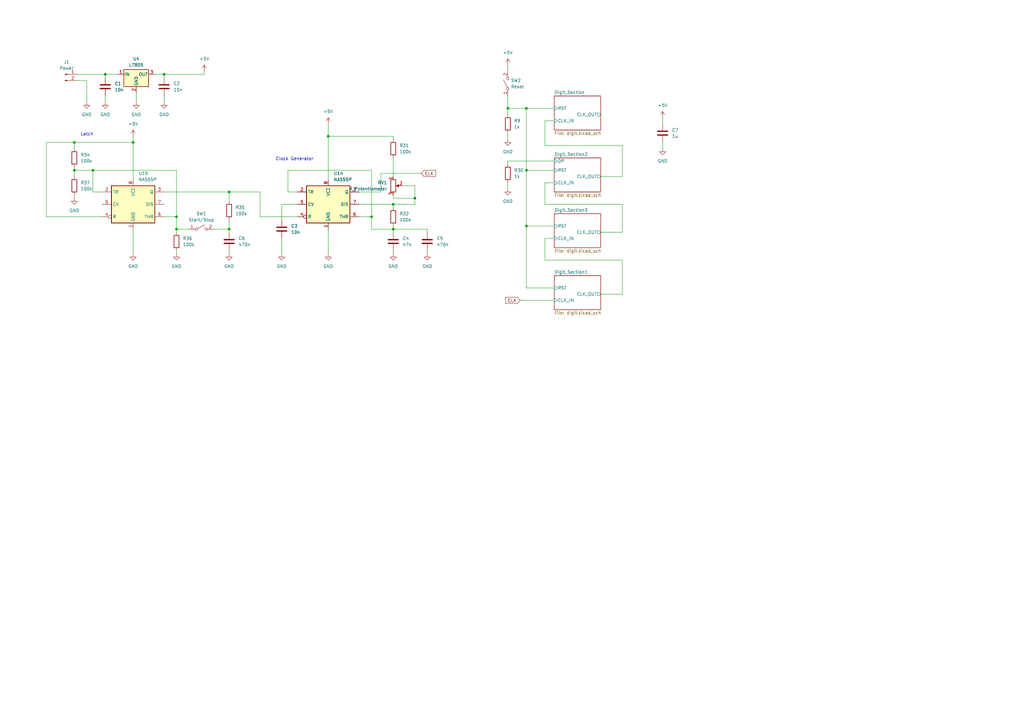
<source format=kicad_sch>
(kicad_sch (version 20230121) (generator eeschema)
  (paper "A3")
  (lib_symbols
    (symbol "Connector:Conn_01x02_Pin" (pin_names (offset 1.016) hide)
      (property "Reference" "J" (at 0 2.54 0))
      (property "Value" "Conn_01x02_Pin" (at 0 -5.08 0))
      (symbol "Conn_01x02_Pin_1_1"
        (polyline (pts (xy 1.27 -2.54) (xy 0.8636 -2.54)) (stroke (width 0.1524)))
        (polyline (pts (xy 1.27 0) (xy 0.8636 0)) (stroke (width 0.1524)))
        (rectangle (start 0.8636 -2.413) (end 0 -2.667) (stroke (width 0.1524)) (fill (type outline)))
        (rectangle (start 0.8636 0.127) (end 0 -0.127) (stroke (width 0.1524)) (fill (type outline)))
        (pin passive line (at 5.08 0 180) (length 3.81) (name "Pin_1") (number "1"))
        (pin passive line (at 5.08 -2.54 180) (length 3.81) (name "Pin_2") (number "2"))
      )
    )
    (symbol "Device:C" (pin_numbers hide) (pin_names (offset 0.254))
      (property "Reference" "C" (at 0.635 2.54 0))
      (property "Value" "C" (at 0.635 -2.54 0))
      (symbol "C_0_1"
        (polyline (pts (xy -2.032 -0.762) (xy 2.032 -0.762)) (stroke (width 0.508)))
        (polyline (pts (xy -2.032 0.762) (xy 2.032 0.762)) (stroke (width 0.508)))
      )
      (symbol "C_1_1"
        (pin passive line (at 0 3.81 270) (length 2.794) (name "~") (number "1"))
        (pin passive line (at 0 -3.81 90) (length 2.794) (name "~") (number "2"))
      )
    )
    (symbol "Device:R" (pin_numbers hide) (pin_names (offset 0))
      (property "Reference" "R" (at 2.032 0 90))
      (property "Value" "R" (at 0 0 90))
      (symbol "R_0_1"
        (rectangle (start -1.016 -2.54) (end 1.016 2.54) (stroke (width 0.254)))
      )
      (symbol "R_1_1"
        (pin passive line (at 0 3.81 270) (length 1.27) (name "~") (number "1"))
        (pin passive line (at 0 -3.81 90) (length 1.27) (name "~") (number "2"))
      )
    )
    (symbol "Device:R_Potentiometer" (pin_names (offset 1.016) hide)
      (property "Reference" "RV" (at -4.445 0 90))
      (property "Value" "R_Potentiometer" (at -2.54 0 90))
      (symbol "R_Potentiometer_0_1"
        (polyline (pts (xy 2.54 0) (xy 1.524 0)))
        (polyline (pts (xy 1.143 0) (xy 2.286 0.508) (xy 2.286 -0.508) (xy 1.143 0)) (fill (type outline)))
        (rectangle (start 1.016 2.54) (end -1.016 -2.54) (stroke (width 0.254)))
      )
      (symbol "R_Potentiometer_1_1"
        (pin passive line (at 0 3.81 270) (length 1.27) (name "1") (number "1"))
        (pin passive line (at 3.81 0 180) (length 1.27) (name "2") (number "2"))
        (pin passive line (at 0 -3.81 90) (length 1.27) (name "3") (number "3"))
      )
    )
    (symbol "Regulator_Linear:L7805" (pin_names (offset 0.254))
      (property "Reference" "U" (at -3.81 3.175 0))
      (property "Value" "L7805" (at 0 3.175 0))
      (symbol "L7805_0_1"
        (rectangle (start -5.08 1.905) (end 5.08 -5.08) (stroke (width 0.254)) (fill (type background)))
      )
      (symbol "L7805_1_1"
        (pin power_in line (at -7.62 0 0) (length 2.54) (name "IN") (number "1"))
        (pin power_in line (at 0 -7.62 90) (length 2.54) (name "GND") (number "2"))
        (pin power_out line (at 7.62 0 180) (length 2.54) (name "OUT") (number "3"))
      )
    )
    (symbol "Switch:SW_SPST" (pin_names (offset 0) hide)
      (property "Reference" "SW" (at 0 3.175 0))
      (property "Value" "SW_SPST" (at 0 -2.54 0))
      (symbol "SW_SPST_0_0"
        (circle (center -2.032 0) (radius 0.508))
        (polyline (pts (xy -1.524 0.254) (xy 1.524 1.778)))
        (circle (center 2.032 0) (radius 0.508))
      )
      (symbol "SW_SPST_1_1"
        (pin passive line (at -5.08 0 0) (length 2.54) (name "A") (number "1"))
        (pin passive line (at 5.08 0 180) (length 2.54) (name "B") (number "2"))
      )
    )
    (symbol "Timer:NA555P"
      (property "Reference" "U" (at -10.16 8.89 0))
      (property "Value" "NA555P" (at 2.54 8.89 0))
      (symbol "NA555P_0_0"
        (pin power_in line (at 0 -10.16 90) (length 2.54) (name "GND") (number "1"))
        (pin power_in line (at 0 10.16 270) (length 2.54) (name "VCC") (number "8"))
      )
      (symbol "NA555P_0_1"
        (rectangle (start -8.89 -7.62) (end 8.89 7.62) (stroke (width 0.254)) (fill (type background)))
        (rectangle (start -8.89 -7.62) (end 8.89 7.62) (stroke (width 0.254)) (fill (type background)))
      )
      (symbol "NA555P_1_1"
        (pin input line (at -12.7 5.08 0) (length 3.81) (name "TR") (number "2"))
        (pin output line (at 12.7 5.08 180) (length 3.81) (name "Q") (number "3"))
        (pin input inverted (at -12.7 -5.08 0) (length 3.81) (name "R") (number "4"))
        (pin input line (at -12.7 0 0) (length 3.81) (name "CV") (number "5"))
        (pin input line (at 12.7 -5.08 180) (length 3.81) (name "THR") (number "6"))
        (pin input line (at 12.7 0 180) (length 3.81) (name "DIS") (number "7"))
      )
    )
    (symbol "power:+5V" (power) (pin_names (offset 0))
      (property "Value" "+5V" (at 0 3.556 0))
      (symbol "+5V_0_1"
        (polyline (pts (xy -0.762 1.27) (xy 0 2.54)))
        (polyline (pts (xy 0 0) (xy 0 2.54)))
        (polyline (pts (xy 0 2.54) (xy 0.762 1.27)))
      )
      (symbol "+5V_1_1"
        (pin power_in line (at 0 0 90) (length 0) hide (name "+5V") (number "1"))
      )
    )
    (symbol "power:GND" (power) (pin_names (offset 0))
      (property "Value" "GND" (at 0 -3.81 0))
      (symbol "GND_0_1"
        (polyline (pts (xy 0 0) (xy 0 -1.27) (xy 1.27 -1.27) (xy 0 -2.54) (xy -1.27 -1.27) (xy 0 -1.27)))
      )
      (symbol "GND_1_1"
        (pin power_in line (at 0 0 270) (length 0) hide (name "GND") (number "1"))
      )
    )
  )
  (junction (at 208.28 44.45))
  (junction (at 170.18 81.28))
  (junction (at 93.98 78.74))
  (junction (at 30.48 58.42))
  (junction (at 54.61 58.42))
  (junction (at 93.98 93.98))
  (junction (at 215.9 69.85))
  (junction (at 72.39 93.98))
  (junction (at 161.29 83.82))
  (junction (at 30.48 69.85))
  (junction (at 38.1 69.85))
  (junction (at 43.18 30.48))
  (junction (at 152.4 88.9))
  (junction (at 134.62 55.88))
  (junction (at 215.9 44.45))
  (junction (at 161.29 93.98))
  (junction (at 72.39 88.9))
  (junction (at 215.9 92.71))
  (junction (at 67.31 30.48))
  (wire (pts (xy 255.27 72.39) (xy 255.27 59.69)))
  (wire (pts (xy 223.52 83.82) (xy 223.52 74.93)))
  (wire (pts (xy 38.1 78.74) (xy 38.1 69.85)))
  (wire (pts (xy 246.38 72.39) (xy 255.27 72.39)))
  (wire (pts (xy 30.48 69.85) (xy 38.1 69.85)))
  (wire (pts (xy 55.88 41.91) (xy 55.88 38.1)))
  (wire (pts (xy 147.32 78.74) (xy 156.21 78.74)))
  (wire (pts (xy 83.82 29.21) (xy 83.82 30.48)))
  (wire (pts (xy 208.28 77.47) (xy 208.28 74.93)))
  (wire (pts (xy 93.98 90.17) (xy 93.98 93.98)))
  (wire (pts (xy 255.27 59.69) (xy 223.52 59.69)))
  (wire (pts (xy 208.28 57.15) (xy 208.28 54.61)))
  (wire (pts (xy 156.21 78.74) (xy 156.21 71.12)))
  (wire (pts (xy 72.39 93.98) (xy 77.47 93.98)))
  (wire (pts (xy 30.48 58.42) (xy 30.48 60.96)))
  (wire (pts (xy 152.4 69.85) (xy 152.4 88.9)))
  (wire (pts (xy 161.29 83.82) (xy 161.29 85.09)))
  (wire (pts (xy 215.9 69.85) (xy 215.9 92.71)))
  (wire (pts (xy 223.52 106.68) (xy 223.52 97.79)))
  (wire (pts (xy 134.62 50.8) (xy 134.62 55.88)))
  (wire (pts (xy 255.27 95.25) (xy 255.27 83.82)))
  (wire (pts (xy 161.29 95.25) (xy 161.29 93.98)))
  (wire (pts (xy 121.92 78.74) (xy 118.11 78.74)))
  (wire (pts (xy 35.56 33.02) (xy 31.75 33.02)))
  (wire (pts (xy 93.98 95.25) (xy 93.98 93.98)))
  (wire (pts (xy 72.39 104.14) (xy 72.39 102.87)))
  (wire (pts (xy 246.38 120.65) (xy 255.27 120.65)))
  (wire (pts (xy 48.26 30.48) (xy 43.18 30.48)))
  (wire (pts (xy 147.32 83.82) (xy 161.29 83.82)))
  (wire (pts (xy 43.18 30.48) (xy 43.18 31.75)))
  (wire (pts (xy 83.82 30.48) (xy 67.31 30.48)))
  (wire (pts (xy 223.52 97.79) (xy 227.33 97.79)))
  (wire (pts (xy 106.68 88.9) (xy 121.92 88.9)))
  (wire (pts (xy 170.18 76.2) (xy 170.18 81.28)))
  (wire (pts (xy 87.63 93.98) (xy 93.98 93.98)))
  (wire (pts (xy 175.26 93.98) (xy 175.26 95.25)))
  (wire (pts (xy 134.62 55.88) (xy 161.29 55.88)))
  (wire (pts (xy 67.31 30.48) (xy 67.31 31.75)))
  (wire (pts (xy 31.75 30.48) (xy 43.18 30.48)))
  (wire (pts (xy 67.31 88.9) (xy 72.39 88.9)))
  (wire (pts (xy 208.28 44.45) (xy 208.28 46.99)))
  (wire (pts (xy 215.9 44.45) (xy 215.9 69.85)))
  (wire (pts (xy 223.52 59.69) (xy 223.52 49.53)))
  (wire (pts (xy 161.29 81.28) (xy 161.29 80.01)))
  (wire (pts (xy 118.11 78.74) (xy 118.11 69.85)))
  (wire (pts (xy 67.31 78.74) (xy 93.98 78.74)))
  (wire (pts (xy 134.62 104.14) (xy 134.62 93.98)))
  (wire (pts (xy 118.11 69.85) (xy 152.4 69.85)))
  (wire (pts (xy 30.48 58.42) (xy 54.61 58.42)))
  (wire (pts (xy 54.61 58.42) (xy 54.61 73.66)))
  (wire (pts (xy 161.29 64.77) (xy 161.29 72.39)))
  (wire (pts (xy 215.9 118.11) (xy 227.33 118.11)))
  (wire (pts (xy 67.31 41.91) (xy 67.31 39.37)))
  (wire (pts (xy 72.39 93.98) (xy 72.39 88.9)))
  (wire (pts (xy 215.9 92.71) (xy 227.33 92.71)))
  (wire (pts (xy 208.28 39.37) (xy 208.28 44.45)))
  (wire (pts (xy 30.48 68.58) (xy 30.48 69.85)))
  (wire (pts (xy 30.48 72.39) (xy 30.48 69.85)))
  (wire (pts (xy 165.1 76.2) (xy 170.18 76.2)))
  (wire (pts (xy 255.27 120.65) (xy 255.27 106.68)))
  (wire (pts (xy 19.05 88.9) (xy 41.91 88.9)))
  (wire (pts (xy 115.57 83.82) (xy 121.92 83.82)))
  (wire (pts (xy 72.39 69.85) (xy 72.39 88.9)))
  (wire (pts (xy 134.62 55.88) (xy 134.62 73.66)))
  (wire (pts (xy 19.05 88.9) (xy 19.05 58.42)))
  (wire (pts (xy 93.98 102.87) (xy 93.98 104.14)))
  (wire (pts (xy 208.28 44.45) (xy 215.9 44.45)))
  (wire (pts (xy 271.78 60.96) (xy 271.78 58.42)))
  (wire (pts (xy 152.4 88.9) (xy 152.4 93.98)))
  (wire (pts (xy 72.39 95.25) (xy 72.39 93.98)))
  (wire (pts (xy 161.29 93.98) (xy 175.26 93.98)))
  (wire (pts (xy 54.61 104.14) (xy 54.61 93.98)))
  (wire (pts (xy 54.61 55.88) (xy 54.61 58.42)))
  (wire (pts (xy 213.36 123.19) (xy 227.33 123.19)))
  (wire (pts (xy 227.33 44.45) (xy 215.9 44.45)))
  (wire (pts (xy 208.28 26.67) (xy 208.28 29.21)))
  (wire (pts (xy 152.4 93.98) (xy 161.29 93.98)))
  (wire (pts (xy 35.56 41.91) (xy 35.56 33.02)))
  (wire (pts (xy 161.29 55.88) (xy 161.29 57.15)))
  (wire (pts (xy 215.9 92.71) (xy 215.9 118.11)))
  (wire (pts (xy 38.1 69.85) (xy 72.39 69.85)))
  (wire (pts (xy 106.68 88.9) (xy 106.68 78.74)))
  (wire (pts (xy 255.27 83.82) (xy 223.52 83.82)))
  (wire (pts (xy 43.18 41.91) (xy 43.18 39.37)))
  (wire (pts (xy 161.29 104.14) (xy 161.29 102.87)))
  (wire (pts (xy 271.78 48.26) (xy 271.78 50.8)))
  (wire (pts (xy 175.26 104.14) (xy 175.26 102.87)))
  (wire (pts (xy 30.48 81.28) (xy 30.48 80.01)))
  (wire (pts (xy 161.29 93.98) (xy 161.29 92.71)))
  (wire (pts (xy 227.33 66.04) (xy 208.28 66.04)))
  (wire (pts (xy 246.38 95.25) (xy 255.27 95.25)))
  (wire (pts (xy 223.52 49.53) (xy 227.33 49.53)))
  (wire (pts (xy 63.5 30.48) (xy 67.31 30.48)))
  (wire (pts (xy 161.29 81.28) (xy 170.18 81.28)))
  (wire (pts (xy 93.98 78.74) (xy 106.68 78.74)))
  (wire (pts (xy 161.29 83.82) (xy 170.18 83.82)))
  (wire (pts (xy 115.57 104.14) (xy 115.57 97.79)))
  (wire (pts (xy 19.05 58.42) (xy 30.48 58.42)))
  (wire (pts (xy 93.98 78.74) (xy 93.98 82.55)))
  (wire (pts (xy 115.57 83.82) (xy 115.57 90.17)))
  (wire (pts (xy 208.28 66.04) (xy 208.28 67.31)))
  (wire (pts (xy 41.91 78.74) (xy 38.1 78.74)))
  (wire (pts (xy 147.32 88.9) (xy 152.4 88.9)))
  (wire (pts (xy 255.27 106.68) (xy 223.52 106.68)))
  (wire (pts (xy 170.18 83.82) (xy 170.18 81.28)))
  (wire (pts (xy 223.52 74.93) (xy 227.33 74.93)))
  (wire (pts (xy 156.21 71.12) (xy 172.72 71.12)))
  (wire (pts (xy 215.9 69.85) (xy 227.33 69.85)))
  (text "Latch" (at 33.02 55.88 0) (effects (font (size 1.27 1.27)) (justify left bottom)))
  (text "Clock Generator" (at 113.03 66.04 0) (effects (font (size 1.27 1.27)) (justify left bottom)))
  (global_label "CLK" (shape input) (at 213.36 123.19 180) (property "Intersheetrefs" "${INTERSHEET_REFS}" (effects hide)))
  (global_label "CLK" (shape input) (at 172.72 71.12 0) (property "Intersheetrefs" "${INTERSHEET_REFS}" (effects hide)))
  (symbol (lib_id "Connector:Conn_01x02_Pin") (at 26.67 30.48 0) (unit 1)
    (property "Reference" "J1" (at 27.305 25.4 0))
    (property "Value" "Power" (at 27.305 27.94 0))
    (property "Footprint" "TerminalBlock_Phoenix:TerminalBlock_Phoenix_MKDS-1,5-2_1x02_P5.00mm_Horizontal" (effects hide))
  )
  (symbol (lib_id "Device:R") (at 208.28 50.8 180) (unit 1)
    (property "Reference" "R9" (at 210.82 49.53 0) (effects (justify right)))
    (property "Value" "1k" (at 210.82 52.07 0) (effects (justify right)))
    (property "Footprint" "Resistor_THT:R_Axial_DIN0204_L3.6mm_D1.6mm_P5.08mm_Horizontal" (effects hide))
  )
  (symbol (lib_id "power:+5V") (at 83.82 29.21 0) (unit 1)
    (property "Reference" "#PWR035" (effects hide))
    (property "Value" "+5V" (at 83.82 24.13 0))
  )
  (symbol (lib_id "Device:C") (at 161.29 99.06 0) (unit 1)
    (property "Reference" "C4" (at 165.1 97.79 0) (effects (justify left)))
    (property "Value" "47n" (at 165.1 100.33 0) (effects (justify left)))
    (property "Footprint" "Capacitor_THT:C_Disc_D4.7mm_W2.5mm_P5.00mm" (effects hide))
  )
  (symbol (lib_id "power:GND") (at 72.39 104.14 0) (unit 1)
    (property "Reference" "#PWR042" (effects hide))
    (property "Value" "GND" (at 72.39 109.22 0))
  )
  (symbol (lib_id "Switch:SW_SPST") (at 208.28 34.29 90) (unit 1)
    (property "Reference" "SW2" (at 209.55 33.02 90) (effects (justify right)))
    (property "Value" "Reset" (at 209.55 35.56 90) (effects (justify right)))
    (property "Footprint" "Button_Switch_THT:SW_PUSH_6mm_H5mm" (effects hide))
  )
  (symbol (lib_id "Device:C") (at 115.57 93.98 0) (unit 1)
    (property "Reference" "C3" (at 119.38 92.71 0) (effects (justify left)))
    (property "Value" "10n" (at 119.38 95.25 0) (effects (justify left)))
    (property "Footprint" "Capacitor_THT:C_Disc_D4.7mm_W2.5mm_P5.00mm" (effects hide))
  )
  (symbol (lib_id "power:GND") (at 134.62 104.14 0) (unit 1)
    (property "Reference" "#PWR038" (effects hide))
    (property "Value" "GND" (at 134.62 109.22 0))
  )
  (symbol (lib_id "power:GND") (at 54.61 104.14 0) (unit 1)
    (property "Reference" "#PWR044" (effects hide))
    (property "Value" "GND" (at 54.61 109.22 0))
  )
  (symbol (lib_id "Device:C") (at 67.31 35.56 0) (unit 1)
    (property "Reference" "C2" (at 71.12 34.29 0) (effects (justify left)))
    (property "Value" "10n" (at 71.12 36.83 0) (effects (justify left)))
    (property "Footprint" "Capacitor_THT:C_Disc_D4.7mm_W2.5mm_P5.00mm" (effects hide))
  )
  (symbol (lib_id "Device:C") (at 175.26 99.06 0) (unit 1)
    (property "Reference" "C5" (at 179.07 97.79 0) (effects (justify left)))
    (property "Value" "470n" (at 179.07 100.33 0) (effects (justify left)))
    (property "Footprint" "Capacitor_THT:C_Disc_D7.5mm_W5.0mm_P7.50mm" (effects hide))
  )
  (symbol (lib_id "Device:C") (at 271.78 54.61 0) (unit 1)
    (property "Reference" "C7" (at 275.59 53.34 0) (effects (justify left)))
    (property "Value" "1u" (at 275.59 55.88 0) (effects (justify left)))
    (property "Footprint" "Capacitor_THT:C_Disc_D4.7mm_W2.5mm_P5.00mm" (effects hide))
  )
  (symbol (lib_id "power:GND") (at 55.88 41.91 0) (unit 1)
    (property "Reference" "#PWR033" (effects hide))
    (property "Value" "GND" (at 55.88 46.99 0))
  )
  (symbol (lib_id "Device:R") (at 161.29 88.9 0) (unit 1)
    (property "Reference" "R32" (at 163.83 87.63 0) (effects (justify left)))
    (property "Value" "100k" (at 163.83 90.17 0) (effects (justify left)))
    (property "Footprint" "Resistor_THT:R_Axial_DIN0204_L3.6mm_D1.6mm_P5.08mm_Horizontal" (effects hide))
  )
  (symbol (lib_id "Device:C") (at 43.18 35.56 0) (unit 1)
    (property "Reference" "C1" (at 46.99 34.29 0) (effects (justify left)))
    (property "Value" "10n" (at 46.99 36.83 0) (effects (justify left)))
    (property "Footprint" "Capacitor_THT:C_Disc_D4.7mm_W2.5mm_P5.00mm" (effects hide))
  )
  (symbol (lib_id "power:GND") (at 115.57 104.14 0) (unit 1)
    (property "Reference" "#PWR037" (effects hide))
    (property "Value" "GND" (at 115.57 109.22 0))
  )
  (symbol (lib_id "Device:R") (at 161.29 60.96 0) (unit 1)
    (property "Reference" "R31" (at 163.83 59.69 0) (effects (justify left)))
    (property "Value" "100k" (at 163.83 62.23 0) (effects (justify left)))
    (property "Footprint" "Resistor_THT:R_Axial_DIN0204_L3.6mm_D1.6mm_P5.08mm_Horizontal" (effects hide))
  )
  (symbol (lib_id "Device:R") (at 30.48 76.2 0) (unit 1)
    (property "Reference" "R37" (at 33.02 74.93 0) (effects (justify left)))
    (property "Value" "100k" (at 33.02 77.47 0) (effects (justify left)))
    (property "Footprint" "Resistor_THT:R_Axial_DIN0204_L3.6mm_D1.6mm_P5.08mm_Horizontal" (effects hide))
  )
  (symbol (lib_id "power:+5V") (at 54.61 55.88 0) (unit 1)
    (property "Reference" "#PWR043" (effects hide))
    (property "Value" "+5V" (at 54.61 50.8 0))
  )
  (symbol (lib_id "power:GND") (at 67.31 41.91 0) (unit 1)
    (property "Reference" "#PWR032" (effects hide))
    (property "Value" "GND" (at 67.31 46.99 0))
  )
  (symbol (lib_id "Timer:NA555P") (at 54.61 83.82 0) (unit 1)
    (property "Reference" "U15" (at 56.8041 71.12 0) (effects (justify left)))
    (property "Value" "NA555P" (at 56.8041 73.66 0) (effects (justify left)))
    (property "Footprint" "Package_DIP:DIP-8_W7.62mm" (effects hide))
    (property "Datasheet" "http://www.ti.com/lit/ds/symlink/ne555.pdf" (effects hide))
  )
  (symbol (lib_id "power:GND") (at 30.48 81.28 0) (unit 1)
    (property "Reference" "#PWR036" (effects hide))
    (property "Value" "GND" (at 30.48 86.36 0))
  )
  (symbol (lib_id "power:GND") (at 175.26 104.14 0) (unit 1)
    (property "Reference" "#PWR046" (effects hide))
    (property "Value" "GND" (at 175.26 109.22 0))
  )
  (symbol (lib_id "power:GND") (at 161.29 104.14 0) (unit 1)
    (property "Reference" "#PWR041" (effects hide))
    (property "Value" "GND" (at 161.29 109.22 0))
  )
  (symbol (lib_id "power:+5V") (at 271.78 48.26 0) (unit 1)
    (property "Reference" "#PWR047" (effects hide))
    (property "Value" "+5V" (at 271.78 43.18 0))
  )
  (symbol (lib_id "Timer:NA555P") (at 134.62 83.82 0) (unit 1)
    (property "Reference" "U14" (at 136.8141 71.12 0) (effects (justify left)))
    (property "Value" "NA555P" (at 136.8141 73.66 0) (effects (justify left)))
    (property "Footprint" "Package_DIP:DIP-8_W7.62mm" (effects hide))
    (property "Datasheet" "http://www.ti.com/lit/ds/symlink/ne555.pdf" (effects hide))
  )
  (symbol (lib_id "Device:R") (at 208.28 71.12 180) (unit 1)
    (property "Reference" "R30" (at 210.82 69.85 0) (effects (justify right)))
    (property "Value" "1k" (at 210.82 72.39 0) (effects (justify right)))
    (property "Footprint" "Resistor_THT:R_Axial_DIN0204_L3.6mm_D1.6mm_P5.08mm_Horizontal" (effects hide))
  )
  (symbol (lib_id "power:+5V") (at 208.28 26.67 0) (unit 1)
    (property "Reference" "#PWR040" (effects hide))
    (property "Value" "+5V" (at 208.28 21.59 0))
  )
  (symbol (lib_id "Device:R_Potentiometer") (at 161.29 76.2 0) (unit 1)
    (property "Reference" "RV1" (at 158.75 74.93 0) (effects (justify right)))
    (property "Value" "R_Potentiometer" (at 158.75 77.47 0) (effects (justify right)))
    (property "Footprint" "Potentiometer_THT:Potentiometer_Piher_PT-6-V_Vertical" (effects hide))
  )
  (symbol (lib_id "power:GND") (at 93.98 104.14 0) (unit 1)
    (property "Reference" "#PWR045" (effects hide))
    (property "Value" "GND" (at 93.98 109.22 0))
  )
  (symbol (lib_id "Device:R") (at 72.39 99.06 0) (unit 1)
    (property "Reference" "R36" (at 74.93 97.79 0) (effects (justify left)))
    (property "Value" "100k" (at 74.93 100.33 0) (effects (justify left)))
    (property "Footprint" "Resistor_THT:R_Axial_DIN0204_L3.6mm_D1.6mm_P5.08mm_Horizontal" (effects hide))
  )
  (symbol (lib_id "power:GND") (at 43.18 41.91 0) (unit 1)
    (property "Reference" "#PWR031" (effects hide))
    (property "Value" "GND" (at 43.18 46.99 0))
  )
  (symbol (lib_id "power:GND") (at 208.28 77.47 0) (unit 1)
    (property "Reference" "#PWR030" (effects hide))
    (property "Value" "GND" (at 208.28 82.55 0))
  )
  (symbol (lib_id "Switch:SW_SPST") (at 82.55 93.98 0) (unit 1)
    (property "Reference" "SW1" (at 82.55 87.63 0))
    (property "Value" "Start/Stop" (at 82.55 90.17 0))
    (property "Footprint" "Button_Switch_THT:SW_PUSH_6mm_H5mm" (effects hide))
  )
  (symbol (lib_id "Regulator_Linear:L7805") (at 55.88 30.48 0) (unit 1)
    (property "Reference" "U4" (at 55.88 24.13 0))
    (property "Value" "L7805" (at 55.88 26.67 0))
    (property "Footprint" "Package_TO_SOT_THT:TO-220-3_Vertical" (effects hide))
    (property "Datasheet" "http://www.st.com/content/ccc/resource/technical/document/datasheet/41/4f/b3/b0/12/d4/47/88/CD00000444.pdf/files/CD00000444.pdf/jcr:content/translations/en.CD00000444.pdf" (effects hide))
  )
  (symbol (lib_id "power:+5V") (at 134.62 50.8 0) (unit 1)
    (property "Reference" "#PWR039" (effects hide))
    (property "Value" "+5V" (at 134.62 45.72 0))
  )
  (symbol (lib_id "Device:R") (at 93.98 86.36 0) (unit 1)
    (property "Reference" "R35" (at 96.52 85.09 0) (effects (justify left)))
    (property "Value" "100k" (at 96.52 87.63 0) (effects (justify left)))
    (property "Footprint" "Resistor_THT:R_Axial_DIN0204_L3.6mm_D1.6mm_P5.08mm_Horizontal" (effects hide))
  )
  (symbol (lib_id "Device:R") (at 30.48 64.77 0) (unit 1)
    (property "Reference" "R34" (at 33.02 63.5 0) (effects (justify left)))
    (property "Value" "100k" (at 33.02 66.04 0) (effects (justify left)))
    (property "Footprint" "Resistor_THT:R_Axial_DIN0204_L3.6mm_D1.6mm_P5.08mm_Horizontal" (effects hide))
  )
  (symbol (lib_id "power:GND") (at 208.28 57.15 0) (unit 1)
    (property "Reference" "#PWR09" (effects hide))
    (property "Value" "GND" (at 208.28 62.23 0))
  )
  (symbol (lib_id "power:GND") (at 271.78 60.96 0) (unit 1)
    (property "Reference" "#PWR048" (effects hide))
    (property "Value" "GND" (at 271.78 66.04 0))
  )
  (symbol (lib_id "power:GND") (at 35.56 41.91 0) (unit 1)
    (property "Reference" "#PWR034" (effects hide))
    (property "Value" "GND" (at 35.56 46.99 0))
  )
  (symbol (lib_id "Device:C") (at 93.98 99.06 0) (unit 1)
    (property "Reference" "C6" (at 97.79 97.79 0) (effects (justify left)))
    (property "Value" "470n" (at 97.79 100.33 0) (effects (justify left)))
    (property "Footprint" "Capacitor_THT:C_Disc_D4.7mm_W2.5mm_P5.00mm" (effects hide))
  )
  (sheet (at 227.33 39.37) (size 19.05 13.97) (stroke (width 0.1524))
    (property "Sheetname" "Digit_Section" (at 227.33 38.6584 0) (effects (justify left bottom)))
    (property "Sheetfile" "digit.kicad_sch" (at 227.33 53.9246 0) (effects (justify left top)))
    (pin "RST" input (at 227.33 44.45 180))
    (pin "CLK_IN" input (at 227.33 49.53 180))
    (pin "CLK_OUT" output (at 246.38 46.99 0))
  )
  (sheet (at 227.33 64.77) (size 19.05 13.97) (stroke (width 0.1524))
    (property "Sheetname" "Digit_Section2" (at 227.33 64.0584 0) (effects (justify left bottom)))
    (property "Sheetfile" "digit.kicad_sch" (at 227.33 79.3246 0) (effects (justify left top)))
    (pin "RST" input (at 227.33 69.85 180))
    (pin "CLK_IN" input (at 227.33 74.93 180))
    (pin "CLK_OUT" output (at 246.38 72.39 0))
    (pin "DP" input (at 227.33 66.04 180))
  )
  (sheet (at 227.33 87.63) (size 19.05 13.97) (stroke (width 0.1524))
    (property "Sheetname" "Digit_Section3" (at 227.33 86.9184 0) (effects (justify left bottom)))
    (property "Sheetfile" "digit.kicad_sch" (at 227.33 102.1846 0) (effects (justify left top)))
    (pin "RST" input (at 227.33 92.71 180))
    (pin "CLK_IN" input (at 227.33 97.79 180))
    (pin "CLK_OUT" output (at 246.38 95.25 0))
  )
  (sheet (at 227.33 113.03) (size 19.05 13.97) (stroke (width 0.1524))
    (property "Sheetname" "Digit_Section1" (at 227.33 112.3184 0) (effects (justify left bottom)))
    (property "Sheetfile" "digit.kicad_sch" (at 227.33 127.5846 0) (effects (justify left top)))
    (pin "RST" input (at 227.33 118.11 180))
    (pin "CLK_IN" input (at 227.33 123.19 180))
    (pin "CLK_OUT" output (at 246.38 120.65 0))
  )
)
</source>
